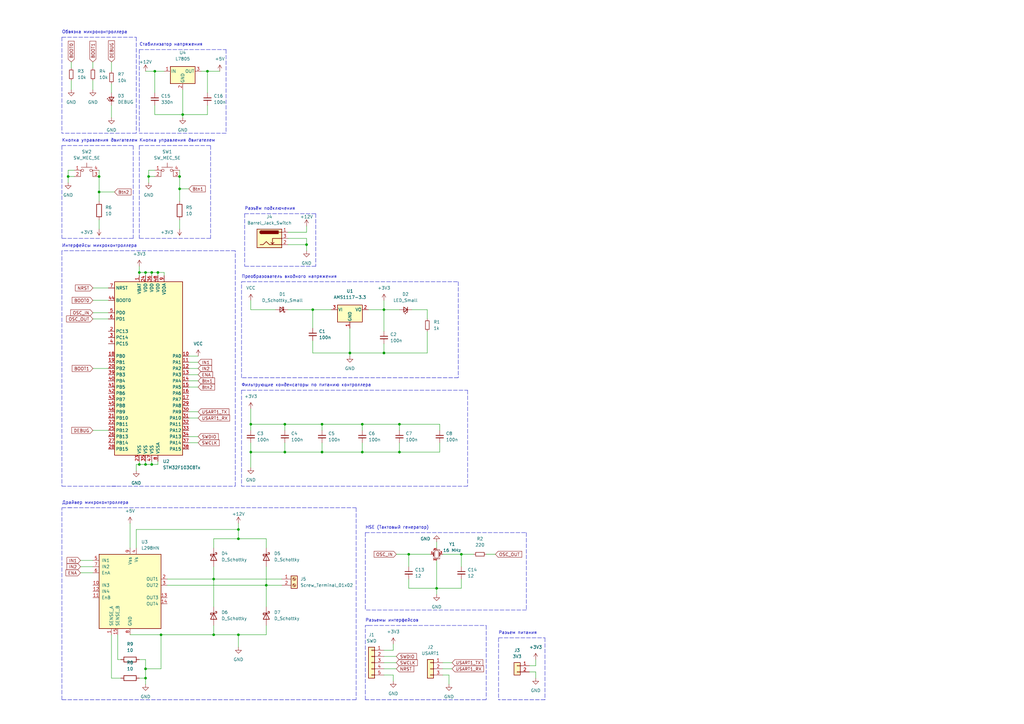
<source format=kicad_sch>
(kicad_sch (version 20211123) (generator eeschema)
  (paper "A3")
  (title_block (title "Отладочная плата. Схема электронная принципиальная.") (company "ВолгГту") (comment 1 "КР-40 461 806-10.44-01-22 Э3") (comment 2 "Борисов А. С.") (comment 3 "Конченков В. И."))
  (lib_symbols
    (symbol "Connector:Barrel_Jack_Switch" (pin_names hide)
      (property "Reference" "J" (at 0 5.334 0))
      (property "Value" "Barrel_Jack_Switch" (at 0 -5.08 0))
      (symbol "Barrel_Jack_Switch_0_1"
        (rectangle (start -5.08 3.81) (end 5.08 -3.81) (stroke (width 0.254)) (fill (type background)))
        (arc (start -3.302 3.175) (mid -3.937 2.54) (end -3.302 1.905) (stroke (width 0.254)))
        (arc (start -3.302 3.175) (mid -3.937 2.54) (end -3.302 1.905) (stroke (width 0.254)) (fill (type outline)))
        (polyline (pts (xy 1.27 -2.286) (xy 1.905 -1.651)) (stroke (width 0.254)))
        (polyline (pts (xy 5.08 2.54) (xy 3.81 2.54)) (stroke (width 0.254)))
        (polyline (pts (xy 5.08 0) (xy 1.27 0) (xy 1.27 -2.286) (xy 0.635 -1.651)) (stroke (width 0.254)))
        (polyline (pts (xy -3.81 -2.54) (xy -2.54 -2.54) (xy -1.27 -1.27) (xy 0 -2.54) (xy 2.54 -2.54) (xy 5.08 -2.54)) (stroke (width 0.254)))
        (rectangle (start 3.683 3.175) (end -3.302 1.905) (stroke (width 0.254)) (fill (type outline)))
      )
      (symbol "Barrel_Jack_Switch_1_1"
        (pin passive line (at 7.62 2.54 180) (length 2.54) (name "~") (number "1"))
        (pin passive line (at 7.62 -2.54 180) (length 2.54) (name "~") (number "2"))
        (pin passive line (at 7.62 0 180) (length 2.54) (name "~") (number "3"))
      )
    )
    (symbol "Connector:Screw_Terminal_01x02" (pin_names (offset 1.016) hide)
      (property "Reference" "J" (at 0 2.54 0))
      (property "Value" "Screw_Terminal_01x02" (at 0 -5.08 0))
      (symbol "Screw_Terminal_01x02_1_1"
        (rectangle (start -1.27 1.27) (end 1.27 -3.81) (stroke (width 0.254)) (fill (type background)))
        (circle (center 0 -2.54) (radius 0.635) (stroke (width 0.1524)))
        (polyline (pts (xy -0.5334 -2.2098) (xy 0.3302 -3.048)) (stroke (width 0.1524)))
        (polyline (pts (xy -0.5334 0.3302) (xy 0.3302 -0.508)) (stroke (width 0.1524)))
        (polyline (pts (xy -0.3556 -2.032) (xy 0.508 -2.8702)) (stroke (width 0.1524)))
        (polyline (pts (xy -0.3556 0.508) (xy 0.508 -0.3302)) (stroke (width 0.1524)))
        (circle (center 0 0) (radius 0.635) (stroke (width 0.1524)))
        (pin passive line (at -5.08 0 0) (length 3.81) (name "Pin_1") (number "1"))
        (pin passive line (at -5.08 -2.54 0) (length 3.81) (name "Pin_2") (number "2"))
      )
    )
    (symbol "Connector_Generic:Conn_01x02" (pin_names (offset 1.016) hide)
      (property "Reference" "J" (at 0 2.54 0))
      (property "Value" "Conn_01x02" (at 0 -5.08 0))
      (symbol "Conn_01x02_1_1"
        (rectangle (start -1.27 -2.413) (end 0 -2.667) (stroke (width 0.1524)))
        (rectangle (start -1.27 0.127) (end 0 -0.127) (stroke (width 0.1524)))
        (rectangle (start -1.27 1.27) (end 1.27 -3.81) (stroke (width 0.254)) (fill (type background)))
        (pin passive line (at -5.08 0 0) (length 3.81) (name "Pin_1") (number "1"))
        (pin passive line (at -5.08 -2.54 0) (length 3.81) (name "Pin_2") (number "2"))
      )
    )
    (symbol "Connector_Generic:Conn_01x03" (pin_names (offset 1.016) hide)
      (property "Reference" "J" (at 0 5.08 0))
      (property "Value" "Conn_01x03" (at 0 -5.08 0))
      (symbol "Conn_01x03_1_1"
        (rectangle (start -1.27 -2.413) (end 0 -2.667) (stroke (width 0.1524)))
        (rectangle (start -1.27 0.127) (end 0 -0.127) (stroke (width 0.1524)))
        (rectangle (start -1.27 2.667) (end 0 2.413) (stroke (width 0.1524)))
        (rectangle (start -1.27 3.81) (end 1.27 -3.81) (stroke (width 0.254)) (fill (type background)))
        (pin passive line (at -5.08 2.54 0) (length 3.81) (name "Pin_1") (number "1"))
        (pin passive line (at -5.08 0 0) (length 3.81) (name "Pin_2") (number "2"))
        (pin passive line (at -5.08 -2.54 0) (length 3.81) (name "Pin_3") (number "3"))
      )
    )
    (symbol "Connector_Generic:Conn_01x05" (pin_names (offset 1.016) hide)
      (property "Reference" "J" (at 0 7.62 0))
      (property "Value" "Conn_01x05" (at 0 -7.62 0))
      (symbol "Conn_01x05_1_1"
        (rectangle (start -1.27 -4.953) (end 0 -5.207) (stroke (width 0.1524)))
        (rectangle (start -1.27 -2.413) (end 0 -2.667) (stroke (width 0.1524)))
        (rectangle (start -1.27 0.127) (end 0 -0.127) (stroke (width 0.1524)))
        (rectangle (start -1.27 2.667) (end 0 2.413) (stroke (width 0.1524)))
        (rectangle (start -1.27 5.207) (end 0 4.953) (stroke (width 0.1524)))
        (rectangle (start -1.27 6.35) (end 1.27 -6.35) (stroke (width 0.254)) (fill (type background)))
        (pin passive line (at -5.08 5.08 0) (length 3.81) (name "Pin_1") (number "1"))
        (pin passive line (at -5.08 2.54 0) (length 3.81) (name "Pin_2") (number "2"))
        (pin passive line (at -5.08 0 0) (length 3.81) (name "Pin_3") (number "3"))
        (pin passive line (at -5.08 -2.54 0) (length 3.81) (name "Pin_4") (number "4"))
        (pin passive line (at -5.08 -5.08 0) (length 3.81) (name "Pin_5") (number "5"))
      )
    )
    (symbol "Device:C_Small" (pin_numbers hide) (pin_names (offset 0.254) hide)
      (property "Reference" "C" (at 0.254 1.778 0))
      (property "Value" "C_Small" (at 0.254 -2.032 0))
      (symbol "C_Small_0_1"
        (polyline (pts (xy -1.524 -0.508) (xy 1.524 -0.508)) (stroke (width 0.3302)))
        (polyline (pts (xy -1.524 0.508) (xy 1.524 0.508)) (stroke (width 0.3048)))
      )
      (symbol "C_Small_1_1"
        (pin passive line (at 0 2.54 270) (length 2.032) (name "~") (number "1"))
        (pin passive line (at 0 -2.54 90) (length 2.032) (name "~") (number "2"))
      )
    )
    (symbol "Device:Crystal_GND24_Small" (pin_names (offset 1.016) hide)
      (property "Reference" "Y" (at 1.27 4.445 0))
      (property "Value" "Crystal_GND24_Small" (at 1.27 2.54 0))
      (symbol "Crystal_GND24_Small_0_1"
        (rectangle (start -0.762 -1.524) (end 0.762 1.524))
        (polyline (pts (xy -1.27 -0.762) (xy -1.27 0.762)) (stroke (width 0.381)))
        (polyline (pts (xy 1.27 -0.762) (xy 1.27 0.762)) (stroke (width 0.381)))
        (polyline (pts (xy -1.27 -1.27) (xy -1.27 -1.905) (xy 1.27 -1.905) (xy 1.27 -1.27)))
        (polyline (pts (xy -1.27 1.27) (xy -1.27 1.905) (xy 1.27 1.905) (xy 1.27 1.27)))
      )
      (symbol "Crystal_GND24_Small_1_1"
        (pin passive line (at -2.54 0 0) (length 1.27) (name "1") (number "1"))
        (pin passive line (at 0 -2.54 90) (length 0.635) (name "2") (number "2"))
        (pin passive line (at 2.54 0 180) (length 1.27) (name "3") (number "3"))
        (pin passive line (at 0 2.54 270) (length 0.635) (name "4") (number "4"))
      )
    )
    (symbol "Device:D_Schottky" (pin_numbers hide) (pin_names (offset 1.016) hide)
      (property "Reference" "D" (at 0 2.54 0))
      (property "Value" "D_Schottky" (at 0 -2.54 0))
      (symbol "D_Schottky_0_1"
        (polyline (pts (xy 1.27 0) (xy -1.27 0)))
        (polyline (pts (xy 1.27 1.27) (xy 1.27 -1.27) (xy -1.27 0) (xy 1.27 1.27)) (stroke (width 0.254)))
        (polyline (pts (xy -1.905 0.635) (xy -1.905 1.27) (xy -1.27 1.27) (xy -1.27 -1.27) (xy -0.635 -1.27) (xy -0.635 -0.635)) (stroke (width 0.254)))
      )
      (symbol "D_Schottky_1_1"
        (pin passive line (at -3.81 0 0) (length 2.54) (name "K") (number "1"))
        (pin passive line (at 3.81 0 180) (length 2.54) (name "A") (number "2"))
      )
    )
    (symbol "Device:D_Schottky_Small" (pin_numbers hide) (pin_names (offset 0.254) hide)
      (property "Reference" "D" (at -1.27 2.032 0))
      (property "Value" "D_Schottky_Small" (at -7.112 -2.032 0))
      (symbol "D_Schottky_Small_0_1"
        (polyline (pts (xy -0.762 0) (xy 0.762 0)))
        (polyline (pts (xy 0.762 -1.016) (xy -0.762 0) (xy 0.762 1.016) (xy 0.762 -1.016)) (stroke (width 0.254)))
        (polyline (pts (xy -1.27 0.762) (xy -1.27 1.016) (xy -0.762 1.016) (xy -0.762 -1.016) (xy -0.254 -1.016) (xy -0.254 -0.762)) (stroke (width 0.254)))
      )
      (symbol "D_Schottky_Small_1_1"
        (pin passive line (at -2.54 0 0) (length 1.778) (name "K") (number "1"))
        (pin passive line (at 2.54 0 180) (length 1.778) (name "A") (number "2"))
      )
    )
    (symbol "Device:LED_Small" (pin_numbers hide) (pin_names (offset 0.254) hide)
      (property "Reference" "D" (at -1.27 3.175 0))
      (property "Value" "LED_Small" (at -4.445 -2.54 0))
      (symbol "LED_Small_0_1"
        (polyline (pts (xy -0.762 -1.016) (xy -0.762 1.016)) (stroke (width 0.254)))
        (polyline (pts (xy 1.016 0) (xy -0.762 0)))
        (polyline (pts (xy 0.762 -1.016) (xy -0.762 0) (xy 0.762 1.016) (xy 0.762 -1.016)) (stroke (width 0.254)))
        (polyline (pts (xy 0 0.762) (xy -0.508 1.27) (xy -0.254 1.27) (xy -0.508 1.27) (xy -0.508 1.016)))
        (polyline (pts (xy 0.508 1.27) (xy 0 1.778) (xy 0.254 1.778) (xy 0 1.778) (xy 0 1.524)))
      )
      (symbol "LED_Small_1_1"
        (pin passive line (at -2.54 0 0) (length 1.778) (name "K") (number "1"))
        (pin passive line (at 2.54 0 180) (length 1.778) (name "A") (number "2"))
      )
    )
    (symbol "Device:R" (pin_numbers hide) (pin_names (offset 0))
      (property "Reference" "R" (at 2.032 0 90))
      (property "Value" "R" (at 0 0 90))
      (symbol "R_0_1"
        (rectangle (start -1.016 -2.54) (end 1.016 2.54) (stroke (width 0.254)))
      )
      (symbol "R_1_1"
        (pin passive line (at 0 3.81 270) (length 1.27) (name "~") (number "1"))
        (pin passive line (at 0 -3.81 90) (length 1.27) (name "~") (number "2"))
      )
    )
    (symbol "Device:R_Small" (pin_numbers hide) (pin_names (offset 0.254) hide)
      (property "Reference" "R" (at 0.762 0.508 0))
      (property "Value" "R_Small" (at 0.762 -1.016 0))
      (symbol "R_Small_0_1"
        (rectangle (start -0.762 1.778) (end 0.762 -1.778) (stroke (width 0.2032)))
      )
      (symbol "R_Small_1_1"
        (pin passive line (at 0 2.54 270) (length 0.762) (name "~") (number "1"))
        (pin passive line (at 0 -2.54 90) (length 0.762) (name "~") (number "2"))
      )
    )
    (symbol "Driver_Motor:L298HN" (pin_names (offset 1.016))
      (property "Reference" "U" (at -10.16 16.51 0))
      (property "Value" "L298HN" (at 12.7 16.51 0))
      (symbol "L298HN_0_1"
        (rectangle (start -12.7 15.24) (end 12.7 -15.24) (stroke (width 0.254)) (fill (type background)))
      )
      (symbol "L298HN_1_1"
        (pin power_in line (at -7.62 -17.78 90) (length 2.54) (name "SENSE_A") (number "1"))
        (pin input line (at -15.24 2.54 0) (length 2.54) (name "IN3") (number "10"))
        (pin input line (at -15.24 -2.54 0) (length 2.54) (name "EnB") (number "11"))
        (pin input line (at -15.24 0 0) (length 2.54) (name "IN4") (number "12"))
        (pin output line (at 15.24 -2.54 180) (length 2.54) (name "OUT3") (number "13"))
        (pin output line (at 15.24 -5.08 180) (length 2.54) (name "OUT4") (number "14"))
        (pin power_in line (at -5.08 -17.78 90) (length 2.54) (name "SENSE_B") (number "15"))
        (pin output line (at 15.24 5.08 180) (length 2.54) (name "OUT1") (number "2"))
        (pin output line (at 15.24 2.54 180) (length 2.54) (name "OUT2") (number "3"))
        (pin power_in line (at 2.54 17.78 270) (length 2.54) (name "Vs") (number "4"))
        (pin input line (at -15.24 12.7 0) (length 2.54) (name "IN1") (number "5"))
        (pin input line (at -15.24 7.62 0) (length 2.54) (name "EnA") (number "6"))
        (pin input line (at -15.24 10.16 0) (length 2.54) (name "IN2") (number "7"))
        (pin power_in line (at 0 -17.78 90) (length 2.54) (name "GND") (number "8"))
        (pin power_in line (at 0 17.78 270) (length 2.54) (name "Vss") (number "9"))
      )
    )
    (symbol "MCU_ST_STM32F1:STM32F103C8Tx"
      (property "Reference" "U" (at -15.24 36.83 0))
      (property "Value" "STM32F103C8Tx" (at 7.62 36.83 0))
      (symbol "STM32F103C8Tx_0_1"
        (rectangle (start -15.24 -35.56) (end 12.7 35.56) (stroke (width 0.254)) (fill (type background)))
      )
      (symbol "STM32F103C8Tx_1_1"
        (pin power_in line (at -5.08 38.1 270) (length 2.54) (name "VBAT") (number "1"))
        (pin bidirectional line (at 15.24 5.08 180) (length 2.54) (name "PA0") (number "10"))
        (pin bidirectional line (at 15.24 2.54 180) (length 2.54) (name "PA1") (number "11"))
        (pin bidirectional line (at 15.24 0 180) (length 2.54) (name "PA2") (number "12"))
        (pin bidirectional line (at 15.24 -2.54 180) (length 2.54) (name "PA3") (number "13"))
        (pin bidirectional line (at 15.24 -5.08 180) (length 2.54) (name "PA4") (number "14"))
        (pin bidirectional line (at 15.24 -7.62 180) (length 2.54) (name "PA5") (number "15"))
        (pin bidirectional line (at 15.24 -10.16 180) (length 2.54) (name "PA6") (number "16"))
        (pin bidirectional line (at 15.24 -12.7 180) (length 2.54) (name "PA7") (number "17"))
        (pin bidirectional line (at -17.78 5.08 0) (length 2.54) (name "PB0") (number "18"))
        (pin bidirectional line (at -17.78 2.54 0) (length 2.54) (name "PB1") (number "19"))
        (pin bidirectional line (at -17.78 15.24 0) (length 2.54) (name "PC13") (number "2"))
        (pin bidirectional line (at -17.78 0 0) (length 2.54) (name "PB2") (number "20"))
        (pin bidirectional line (at -17.78 -20.32 0) (length 2.54) (name "PB10") (number "21"))
        (pin bidirectional line (at -17.78 -22.86 0) (length 2.54) (name "PB11") (number "22"))
        (pin power_in line (at -5.08 -38.1 90) (length 2.54) (name "VSS") (number "23"))
        (pin power_in line (at -2.54 38.1 270) (length 2.54) (name "VDD") (number "24"))
        (pin bidirectional line (at -17.78 -25.4 0) (length 2.54) (name "PB12") (number "25"))
        (pin bidirectional line (at -17.78 -27.94 0) (length 2.54) (name "PB13") (number "26"))
        (pin bidirectional line (at -17.78 -30.48 0) (length 2.54) (name "PB14") (number "27"))
        (pin bidirectional line (at -17.78 -33.02 0) (length 2.54) (name "PB15") (number "28"))
        (pin bidirectional line (at 15.24 -15.24 180) (length 2.54) (name "PA8") (number "29"))
        (pin bidirectional line (at -17.78 12.7 0) (length 2.54) (name "PC14") (number "3"))
        (pin bidirectional line (at 15.24 -17.78 180) (length 2.54) (name "PA9") (number "30"))
        (pin bidirectional line (at 15.24 -20.32 180) (length 2.54) (name "PA10") (number "31"))
        (pin bidirectional line (at 15.24 -22.86 180) (length 2.54) (name "PA11") (number "32"))
        (pin bidirectional line (at 15.24 -25.4 180) (length 2.54) (name "PA12") (number "33"))
        (pin bidirectional line (at 15.24 -27.94 180) (length 2.54) (name "PA13") (number "34"))
        (pin power_in line (at -2.54 -38.1 90) (length 2.54) (name "VSS") (number "35"))
        (pin power_in line (at 0 38.1 270) (length 2.54) (name "VDD") (number "36"))
        (pin bidirectional line (at 15.24 -30.48 180) (length 2.54) (name "PA14") (number "37"))
        (pin bidirectional line (at 15.24 -33.02 180) (length 2.54) (name "PA15") (number "38"))
        (pin bidirectional line (at -17.78 -2.54 0) (length 2.54) (name "PB3") (number "39"))
        (pin bidirectional line (at -17.78 10.16 0) (length 2.54) (name "PC15") (number "4"))
        (pin bidirectional line (at -17.78 -5.08 0) (length 2.54) (name "PB4") (number "40"))
        (pin bidirectional line (at -17.78 -7.62 0) (length 2.54) (name "PB5") (number "41"))
        (pin bidirectional line (at -17.78 -10.16 0) (length 2.54) (name "PB6") (number "42"))
        (pin bidirectional line (at -17.78 -12.7 0) (length 2.54) (name "PB7") (number "43"))
        (pin input line (at -17.78 27.94 0) (length 2.54) (name "BOOT0") (number "44"))
        (pin bidirectional line (at -17.78 -15.24 0) (length 2.54) (name "PB8") (number "45"))
        (pin bidirectional line (at -17.78 -17.78 0) (length 2.54) (name "PB9") (number "46"))
        (pin power_in line (at 0 -38.1 90) (length 2.54) (name "VSS") (number "47"))
        (pin power_in line (at 2.54 38.1 270) (length 2.54) (name "VDD") (number "48"))
        (pin input line (at -17.78 22.86 0) (length 2.54) (name "PD0") (number "5"))
        (pin input line (at -17.78 20.32 0) (length 2.54) (name "PD1") (number "6"))
        (pin input line (at -17.78 33.02 0) (length 2.54) (name "NRST") (number "7"))
        (pin power_in line (at 2.54 -38.1 90) (length 2.54) (name "VSSA") (number "8"))
        (pin power_in line (at 5.08 38.1 270) (length 2.54) (name "VDDA") (number "9"))
      )
    )
    (symbol "Regulator_Linear:AMS1117-3.3" (pin_names (offset 0.254))
      (property "Reference" "U" (at -3.81 3.175 0))
      (property "Value" "AMS1117-3.3" (at 0 3.175 0))
      (symbol "AMS1117-3.3_0_1"
        (rectangle (start -5.08 -5.08) (end 5.08 1.905) (stroke (width 0.254)) (fill (type background)))
      )
      (symbol "AMS1117-3.3_1_1"
        (pin power_in line (at 0 -7.62 90) (length 2.54) (name "GND") (number "1"))
        (pin power_out line (at 7.62 0 180) (length 2.54) (name "VO") (number "2"))
        (pin power_in line (at -7.62 0 0) (length 2.54) (name "VI") (number "3"))
      )
    )
    (symbol "Regulator_Linear:L7805" (pin_names (offset 0.254))
      (property "Reference" "U" (at -3.81 3.175 0))
      (property "Value" "L7805" (at 0 3.175 0))
      (symbol "L7805_0_1"
        (rectangle (start -5.08 1.905) (end 5.08 -5.08) (stroke (width 0.254)) (fill (type background)))
      )
      (symbol "L7805_1_1"
        (pin power_in line (at -7.62 0 0) (length 2.54) (name "IN") (number "1"))
        (pin power_in line (at 0 -7.62 90) (length 2.54) (name "GND") (number "2"))
        (pin power_out line (at 7.62 0 180) (length 2.54) (name "OUT") (number "3"))
      )
    )
    (symbol "Switch:SW_MEC_5E" (pin_names (offset 1.016) hide)
      (property "Reference" "SW" (at 0.635 5.715 0))
      (property "Value" "SW_MEC_5E" (at 0 -3.175 0))
      (symbol "SW_MEC_5E_0_1"
        (circle (center -1.778 2.54) (radius 0.508))
        (polyline (pts (xy -2.286 3.81) (xy 2.286 3.81)))
        (polyline (pts (xy 0 3.81) (xy 0 5.588)))
        (polyline (pts (xy -2.54 0) (xy -2.54 2.54) (xy -2.286 2.54)))
        (polyline (pts (xy 2.54 0) (xy 2.54 2.54) (xy 2.286 2.54)))
        (circle (center 1.778 2.54) (radius 0.508))
        (pin passive line (at -5.08 2.54 0) (length 2.54) (name "1") (number "1"))
        (pin passive line (at -5.08 0 0) (length 2.54) (name "2") (number "2"))
        (pin passive line (at 5.08 0 180) (length 2.54) (name "K") (number "3"))
        (pin passive line (at 5.08 2.54 180) (length 2.54) (name "A") (number "4"))
      )
    )
    (symbol "power:+12V" (power) (pin_names (offset 0))
      (property "Value" "+12V" (at 0 3.556 0))
      (symbol "+12V_0_1"
        (polyline (pts (xy -0.762 1.27) (xy 0 2.54)))
        (polyline (pts (xy 0 0) (xy 0 2.54)))
        (polyline (pts (xy 0 2.54) (xy 0.762 1.27)))
      )
      (symbol "+12V_1_1"
        (pin power_in line (at 0 0 90) (length 0) hide (name "+12V") (number "1"))
      )
    )
    (symbol "power:+3V3" (power) (pin_names (offset 0))
      (property "Value" "+3V3" (at 0 3.556 0))
      (symbol "+3V3_0_1"
        (polyline (pts (xy -0.762 1.27) (xy 0 2.54)))
        (polyline (pts (xy 0 0) (xy 0 2.54)))
        (polyline (pts (xy 0 2.54) (xy 0.762 1.27)))
      )
      (symbol "+3V3_1_1"
        (pin power_in line (at 0 0 90) (length 0) hide (name "+3V3") (number "1"))
      )
    )
    (symbol "power:+5V" (power) (pin_names (offset 0))
      (property "Value" "+5V" (at 0 3.556 0))
      (symbol "+5V_0_1"
        (polyline (pts (xy -0.762 1.27) (xy 0 2.54)))
        (polyline (pts (xy 0 0) (xy 0 2.54)))
        (polyline (pts (xy 0 2.54) (xy 0.762 1.27)))
      )
      (symbol "+5V_1_1"
        (pin power_in line (at 0 0 90) (length 0) hide (name "+5V") (number "1"))
      )
    )
    (symbol "power:GND" (power) (pin_names (offset 0))
      (property "Value" "GND" (at 0 -3.81 0))
      (symbol "GND_0_1"
        (polyline (pts (xy 0 0) (xy 0 -1.27) (xy 1.27 -1.27) (xy 0 -2.54) (xy -1.27 -1.27) (xy 0 -1.27)))
      )
      (symbol "GND_1_1"
        (pin power_in line (at 0 0 270) (length 0) hide (name "GND") (number "1"))
      )
    )
    (symbol "power:VCC" (power) (pin_names (offset 0))
      (property "Value" "VCC" (at 0 3.81 0))
      (symbol "VCC_0_1"
        (polyline (pts (xy -0.762 1.27) (xy 0 2.54)))
        (polyline (pts (xy 0 0) (xy 0 2.54)))
        (polyline (pts (xy 0 2.54) (xy 0.762 1.27)))
      )
      (symbol "VCC_1_1"
        (pin power_in line (at 0 0 90) (length 0) hide (name "VCC") (number "1"))
      )
    )
  )
  (junction (at 102.87 185.42))
  (junction (at 66.04 260.35))
  (junction (at 57.15 190.5))
  (junction (at 87.63 260.35))
  (junction (at 87.63 237.49))
  (junction (at 59.69 278.13))
  (junction (at 60.96 72.39))
  (junction (at 148.59 173.99))
  (junction (at 167.64 227.33))
  (junction (at 64.77 111.76))
  (junction (at 157.48 127))
  (junction (at 109.22 240.03))
  (junction (at 179.07 241.3))
  (junction (at 74.93 46.99))
  (junction (at 97.79 217.17))
  (junction (at 40.64 72.39))
  (junction (at 132.08 185.42))
  (junction (at 27.94 72.39))
  (junction (at 97.79 260.35))
  (junction (at 128.27 127))
  (junction (at 63.5 29.21))
  (junction (at 125.73 100.33))
  (junction (at 116.84 173.99))
  (junction (at 59.69 274.32))
  (junction (at 73.66 77.47))
  (junction (at 148.59 185.42))
  (junction (at 143.51 144.78))
  (junction (at 102.87 173.99))
  (junction (at 59.69 111.76))
  (junction (at 40.64 78.74))
  (junction (at 62.23 190.5))
  (junction (at 59.69 190.5))
  (junction (at 62.23 111.76))
  (junction (at 57.15 111.76))
  (junction (at 116.84 185.42))
  (junction (at 189.23 227.33))
  (junction (at 163.83 173.99))
  (junction (at 85.09 29.21))
  (junction (at 157.48 144.78))
  (junction (at 132.08 173.99))
  (junction (at 73.66 72.39))
  (junction (at 163.83 185.42))
  (junction (at 97.79 220.98))
  (wire (pts (xy 219.71 273.05) (xy 219.71 270.51)))
  (polyline (pts (xy 25.4 102.87) (xy 25.4 199.39)))
  (wire (pts (xy 179.07 222.25) (xy 179.07 224.79)))
  (wire (pts (xy 33.02 234.95) (xy 38.1 234.95)))
  (wire (pts (xy 157.48 276.86) (xy 161.29 276.86)))
  (wire (pts (xy 90.17 29.21) (xy 85.09 29.21)))
  (wire (pts (xy 168.91 127) (xy 175.26 127)))
  (polyline (pts (xy 25.4 208.28) (xy 29.21 208.28)))
  (wire (pts (xy 87.63 237.49) (xy 87.63 248.92)))
  (wire (pts (xy 73.66 77.47) (xy 77.47 77.47)))
  (wire (pts (xy 97.79 214.63) (xy 97.79 217.17)))
  (wire (pts (xy 157.48 140.97) (xy 157.48 144.78)))
  (wire (pts (xy 27.94 72.39) (xy 30.48 72.39)))
  (wire (pts (xy 102.87 167.64) (xy 102.87 173.99)))
  (wire (pts (xy 64.77 190.5) (xy 62.23 190.5)))
  (wire (pts (xy 179.07 241.3) (xy 179.07 243.84)))
  (polyline (pts (xy 146.05 208.28) (xy 146.05 287.02)))
  (wire (pts (xy 57.15 190.5) (xy 55.88 190.5)))
  (wire (pts (xy 38.1 128.27) (xy 44.45 128.27)))
  (wire (pts (xy 77.47 153.67) (xy 81.28 153.67)))
  (wire (pts (xy 128.27 127) (xy 128.27 134.62)))
  (polyline (pts (xy 25.4 15.24) (xy 55.88 15.24)))
  (wire (pts (xy 74.93 36.83) (xy 74.93 46.99)))
  (wire (pts (xy 67.31 113.03) (xy 67.31 111.76)))
  (wire (pts (xy 82.55 29.21) (xy 85.09 29.21)))
  (wire (pts (xy 175.26 127) (xy 175.26 130.81)))
  (wire (pts (xy 64.77 189.23) (xy 64.77 190.5)))
  (wire (pts (xy 59.69 111.76) (xy 57.15 111.76)))
  (wire (pts (xy 85.09 43.18) (xy 85.09 46.99)))
  (polyline (pts (xy 57.15 59.69) (xy 57.15 97.79)))
  (polyline (pts (xy 199.39 287.02) (xy 149.86 287.02)))
  (wire (pts (xy 38.1 123.19) (xy 44.45 123.19)))
  (wire (pts (xy 180.34 173.99) (xy 180.34 176.53)))
  (polyline (pts (xy 146.05 287.02) (xy 25.4 287.02)))
  (wire (pts (xy 97.79 260.35) (xy 109.22 260.35)))
  (wire (pts (xy 157.48 274.32) (xy 162.56 274.32)))
  (polyline (pts (xy 92.71 54.61) (xy 57.15 54.61)))
  (wire (pts (xy 38.1 25.4) (xy 38.1 27.94)))
  (wire (pts (xy 27.94 69.85) (xy 27.94 72.39)))
  (wire (pts (xy 175.26 135.89) (xy 175.26 144.78)))
  (wire (pts (xy 87.63 237.49) (xy 115.57 237.49)))
  (polyline (pts (xy 99.06 160.02) (xy 99.06 199.39)))
  (wire (pts (xy 59.69 278.13) (xy 59.69 280.67)))
  (wire (pts (xy 29.21 33.02) (xy 29.21 36.83)))
  (wire (pts (xy 64.77 113.03) (xy 64.77 111.76)))
  (polyline (pts (xy 149.86 218.44) (xy 149.86 250.19)))
  (wire (pts (xy 132.08 173.99) (xy 148.59 173.99)))
  (wire (pts (xy 157.48 127) (xy 163.83 127)))
  (wire (pts (xy 143.51 134.62) (xy 143.51 144.78)))
  (polyline (pts (xy 25.4 199.39) (xy 48.26 199.39)))
  (polyline (pts (xy 54.61 97.79) (xy 25.4 97.79)))
  (wire (pts (xy 57.15 278.13) (xy 59.69 278.13)))
  (wire (pts (xy 73.66 77.47) (xy 73.66 82.55)))
  (wire (pts (xy 128.27 144.78) (xy 143.51 144.78)))
  (wire (pts (xy 167.64 227.33) (xy 176.53 227.33)))
  (wire (pts (xy 175.26 144.78) (xy 157.48 144.78)))
  (wire (pts (xy 62.23 111.76) (xy 59.69 111.76)))
  (wire (pts (xy 189.23 232.41) (xy 189.23 227.33)))
  (wire (pts (xy 132.08 173.99) (xy 132.08 176.53)))
  (wire (pts (xy 102.87 173.99) (xy 116.84 173.99)))
  (polyline (pts (xy 191.77 199.39) (xy 99.06 199.39)))
  (wire (pts (xy 148.59 185.42) (xy 148.59 181.61)))
  (wire (pts (xy 45.72 34.29) (xy 45.72 38.1)))
  (wire (pts (xy 97.79 260.35) (xy 97.79 265.43)))
  (polyline (pts (xy 149.86 256.54) (xy 151.13 256.54)))
  (wire (pts (xy 55.88 190.5) (xy 55.88 193.04)))
  (wire (pts (xy 45.72 278.13) (xy 49.53 278.13)))
  (wire (pts (xy 73.66 72.39) (xy 73.66 77.47)))
  (wire (pts (xy 38.1 176.53) (xy 44.45 176.53)))
  (wire (pts (xy 157.48 271.78) (xy 162.56 271.78)))
  (polyline (pts (xy 96.52 199.39) (xy 96.52 102.87)))
  (wire (pts (xy 59.69 270.51) (xy 59.69 274.32)))
  (wire (pts (xy 109.22 240.03) (xy 115.57 240.03)))
  (wire (pts (xy 53.34 260.35) (xy 66.04 260.35)))
  (wire (pts (xy 59.69 189.23) (xy 59.69 190.5)))
  (polyline (pts (xy 204.47 261.62) (xy 204.47 287.02)))
  (wire (pts (xy 97.79 217.17) (xy 97.79 220.98)))
  (polyline (pts (xy 25.4 59.69) (xy 25.4 97.79)))
  (wire (pts (xy 180.34 181.61) (xy 180.34 185.42)))
  (polyline (pts (xy 25.4 15.24) (xy 25.4 54.61)))
  (wire (pts (xy 167.64 237.49) (xy 167.64 241.3)))
  (polyline (pts (xy 99.06 115.57) (xy 187.96 115.57)))
  (polyline (pts (xy 129.54 109.22) (xy 100.33 109.22)))
  (wire (pts (xy 199.39 227.33) (xy 203.2 227.33)))
  (wire (pts (xy 116.84 185.42) (xy 102.87 185.42)))
  (wire (pts (xy 116.84 173.99) (xy 116.84 176.53)))
  (wire (pts (xy 179.07 229.87) (xy 179.07 241.3)))
  (polyline (pts (xy 191.77 160.02) (xy 191.77 199.39)))
  (wire (pts (xy 33.02 229.87) (xy 38.1 229.87)))
  (wire (pts (xy 63.5 29.21) (xy 63.5 38.1)))
  (wire (pts (xy 45.72 25.4) (xy 45.72 29.21)))
  (wire (pts (xy 87.63 232.41) (xy 87.63 237.49)))
  (wire (pts (xy 60.96 72.39) (xy 60.96 74.93)))
  (wire (pts (xy 113.03 127) (xy 102.87 127)))
  (polyline (pts (xy 151.13 256.54) (xy 199.39 256.54)))
  (wire (pts (xy 189.23 241.3) (xy 179.07 241.3)))
  (wire (pts (xy 181.61 271.78) (xy 185.42 271.78)))
  (wire (pts (xy 57.15 109.22) (xy 57.15 111.76)))
  (polyline (pts (xy 86.36 97.79) (xy 57.15 97.79)))
  (wire (pts (xy 116.84 185.42) (xy 116.84 181.61)))
  (wire (pts (xy 45.72 260.35) (xy 45.72 278.13)))
  (polyline (pts (xy 92.71 20.32) (xy 92.71 54.61)))
  (polyline (pts (xy 25.4 287.02) (xy 25.4 208.28)))
  (wire (pts (xy 157.48 269.24) (xy 162.56 269.24)))
  (wire (pts (xy 87.63 220.98) (xy 97.79 220.98)))
  (wire (pts (xy 60.96 69.85) (xy 60.96 72.39)))
  (wire (pts (xy 38.1 33.02) (xy 38.1 36.83)))
  (polyline (pts (xy 187.96 154.94) (xy 99.06 154.94)))
  (wire (pts (xy 157.48 123.19) (xy 157.48 127)))
  (wire (pts (xy 64.77 111.76) (xy 62.23 111.76)))
  (polyline (pts (xy 57.15 59.69) (xy 86.36 59.69)))
  (wire (pts (xy 219.71 275.59) (xy 219.71 278.13)))
  (wire (pts (xy 73.66 90.17) (xy 73.66 93.98)))
  (wire (pts (xy 60.96 72.39) (xy 63.5 72.39)))
  (wire (pts (xy 163.83 173.99) (xy 163.83 176.53)))
  (polyline (pts (xy 86.36 59.69) (xy 86.36 97.79)))
  (polyline (pts (xy 149.86 218.44) (xy 215.9 218.44)))
  (wire (pts (xy 59.69 274.32) (xy 59.69 278.13)))
  (wire (pts (xy 132.08 185.42) (xy 116.84 185.42)))
  (polyline (pts (xy 215.9 250.19) (xy 149.86 250.19)))
  (wire (pts (xy 125.73 100.33) (xy 125.73 97.79)))
  (wire (pts (xy 189.23 237.49) (xy 189.23 241.3)))
  (wire (pts (xy 40.64 78.74) (xy 40.64 72.39)))
  (wire (pts (xy 125.73 102.87) (xy 125.73 100.33)))
  (wire (pts (xy 163.83 185.42) (xy 163.83 181.61)))
  (polyline (pts (xy 25.4 59.69) (xy 54.61 59.69)))
  (polyline (pts (xy 96.52 102.87) (xy 25.4 102.87)))
  (wire (pts (xy 143.51 144.78) (xy 143.51 146.05)))
  (wire (pts (xy 118.11 100.33) (xy 125.73 100.33)))
  (wire (pts (xy 73.66 69.85) (xy 73.66 72.39)))
  (wire (pts (xy 62.23 189.23) (xy 62.23 190.5)))
  (wire (pts (xy 67.31 111.76) (xy 64.77 111.76)))
  (polyline (pts (xy 57.15 20.32) (xy 92.71 20.32)))
  (wire (pts (xy 63.5 43.18) (xy 63.5 46.99)))
  (wire (pts (xy 57.15 189.23) (xy 57.15 190.5)))
  (wire (pts (xy 68.58 240.03) (xy 109.22 240.03)))
  (wire (pts (xy 181.61 276.86) (xy 184.15 276.86)))
  (polyline (pts (xy 129.54 87.63) (xy 129.54 109.22)))
  (polyline (pts (xy 204.47 261.62) (xy 223.52 261.62)))
  (wire (pts (xy 118.11 95.25) (xy 125.73 95.25)))
  (wire (pts (xy 67.31 29.21) (xy 63.5 29.21)))
  (wire (pts (xy 102.87 176.53) (xy 102.87 173.99)))
  (wire (pts (xy 217.17 273.05) (xy 219.71 273.05)))
  (wire (pts (xy 57.15 270.51) (xy 59.69 270.51)))
  (polyline (pts (xy 199.39 256.54) (xy 199.39 287.02)))
  (wire (pts (xy 77.47 179.07) (xy 81.28 179.07)))
  (wire (pts (xy 53.34 214.63) (xy 53.34 224.79)))
  (wire (pts (xy 77.47 181.61) (xy 81.28 181.61)))
  (wire (pts (xy 157.48 144.78) (xy 143.51 144.78)))
  (wire (pts (xy 148.59 173.99) (xy 163.83 173.99)))
  (wire (pts (xy 181.61 274.32) (xy 185.42 274.32)))
  (polyline (pts (xy 55.88 15.24) (xy 55.88 54.61)))
  (wire (pts (xy 189.23 227.33) (xy 194.31 227.33)))
  (polyline (pts (xy 215.9 218.44) (xy 215.9 250.19)))
  (wire (pts (xy 118.11 127) (xy 128.27 127)))
  (wire (pts (xy 38.1 151.13) (xy 44.45 151.13)))
  (wire (pts (xy 38.1 130.81) (xy 44.45 130.81)))
  (wire (pts (xy 30.48 69.85) (xy 27.94 69.85)))
  (wire (pts (xy 125.73 92.71) (xy 125.73 95.25)))
  (wire (pts (xy 102.87 127) (xy 102.87 123.19)))
  (wire (pts (xy 77.47 171.45) (xy 81.28 171.45)))
  (wire (pts (xy 167.64 241.3) (xy 179.07 241.3)))
  (wire (pts (xy 116.84 173.99) (xy 132.08 173.99)))
  (wire (pts (xy 55.88 224.79) (xy 55.88 217.17)))
  (wire (pts (xy 102.87 185.42) (xy 102.87 191.77)))
  (wire (pts (xy 125.73 97.79) (xy 118.11 97.79)))
  (wire (pts (xy 66.04 260.35) (xy 87.63 260.35)))
  (wire (pts (xy 27.94 72.39) (xy 27.94 74.93)))
  (wire (pts (xy 109.22 232.41) (xy 109.22 240.03)))
  (wire (pts (xy 59.69 274.32) (xy 66.04 274.32)))
  (wire (pts (xy 161.29 266.7) (xy 161.29 264.16)))
  (wire (pts (xy 59.69 29.21) (xy 63.5 29.21)))
  (wire (pts (xy 40.64 78.74) (xy 40.64 82.55)))
  (wire (pts (xy 132.08 185.42) (xy 132.08 181.61)))
  (wire (pts (xy 85.09 46.99) (xy 74.93 46.99)))
  (wire (pts (xy 40.64 78.74) (xy 46.99 78.74)))
  (wire (pts (xy 87.63 256.54) (xy 87.63 260.35)))
  (wire (pts (xy 102.87 185.42) (xy 102.87 181.61)))
  (wire (pts (xy 38.1 118.11) (xy 44.45 118.11)))
  (wire (pts (xy 62.23 113.03) (xy 62.23 111.76)))
  (polyline (pts (xy 223.52 261.62) (xy 223.52 287.02)))
  (wire (pts (xy 157.48 127) (xy 157.48 135.89)))
  (wire (pts (xy 148.59 173.99) (xy 148.59 176.53)))
  (wire (pts (xy 184.15 276.86) (xy 184.15 280.67)))
  (wire (pts (xy 167.64 227.33) (xy 167.64 232.41)))
  (wire (pts (xy 77.47 151.13) (xy 81.28 151.13)))
  (wire (pts (xy 77.47 148.59) (xy 81.28 148.59)))
  (wire (pts (xy 66.04 274.32) (xy 66.04 260.35)))
  (polyline (pts (xy 45.72 199.39) (xy 96.52 199.39)))
  (wire (pts (xy 48.26 260.35) (xy 48.26 270.51)))
  (polyline (pts (xy 54.61 59.69) (xy 54.61 97.79)))
  (wire (pts (xy 33.02 232.41) (xy 38.1 232.41)))
  (polyline (pts (xy 149.86 287.02) (xy 149.86 256.54)))
  (wire (pts (xy 74.93 46.99) (xy 74.93 48.26)))
  (polyline (pts (xy 223.52 287.02) (xy 204.47 287.02)))
  (wire (pts (xy 40.64 90.17) (xy 40.64 93.98)))
  (wire (pts (xy 77.47 168.91) (xy 81.28 168.91)))
  (wire (pts (xy 62.23 190.5) (xy 59.69 190.5)))
  (wire (pts (xy 128.27 139.7) (xy 128.27 144.78)))
  (wire (pts (xy 40.64 69.85) (xy 40.64 72.39)))
  (wire (pts (xy 97.79 220.98) (xy 109.22 220.98)))
  (wire (pts (xy 180.34 185.42) (xy 163.83 185.42)))
  (polyline (pts (xy 99.06 160.02) (xy 191.77 160.02)))
  (polyline (pts (xy 55.88 54.61) (xy 25.4 54.61)))
  (wire (pts (xy 77.47 156.21) (xy 81.28 156.21)))
  (wire (pts (xy 45.72 43.18) (xy 45.72 48.26)))
  (wire (pts (xy 163.83 185.42) (xy 148.59 185.42)))
  (wire (pts (xy 85.09 29.21) (xy 85.09 38.1)))
  (wire (pts (xy 162.56 227.33) (xy 167.64 227.33)))
  (wire (pts (xy 109.22 240.03) (xy 109.22 248.92)))
  (wire (pts (xy 109.22 260.35) (xy 109.22 256.54)))
  (wire (pts (xy 148.59 185.42) (xy 132.08 185.42)))
  (wire (pts (xy 57.15 111.76) (xy 57.15 113.03)))
  (wire (pts (xy 87.63 260.35) (xy 97.79 260.35)))
  (wire (pts (xy 55.88 217.17) (xy 97.79 217.17)))
  (wire (pts (xy 59.69 190.5) (xy 57.15 190.5)))
  (wire (pts (xy 63.5 69.85) (xy 60.96 69.85)))
  (wire (pts (xy 77.47 146.05) (xy 81.28 146.05)))
  (wire (pts (xy 151.13 127) (xy 157.48 127)))
  (polyline (pts (xy 57.15 20.32) (xy 57.15 54.61)))
  (polyline (pts (xy 100.33 87.63) (xy 129.54 87.63)))
  (wire (pts (xy 48.26 270.51) (xy 49.53 270.51)))
  (wire (pts (xy 161.29 276.86) (xy 161.29 279.4)))
  (wire (pts (xy 163.83 173.99) (xy 180.34 173.99)))
  (wire (pts (xy 157.48 266.7) (xy 161.29 266.7)))
  (wire (pts (xy 68.58 237.49) (xy 87.63 237.49)))
  (wire (pts (xy 63.5 46.99) (xy 74.93 46.99)))
  (polyline (pts (xy 187.96 115.57) (xy 187.96 154.94)))
  (polyline (pts (xy 27.94 208.28) (xy 146.05 208.28)))
  (wire (pts (xy 128.27 127) (xy 135.89 127)))
  (wire (pts (xy 109.22 220.98) (xy 109.22 224.79)))
  (polyline (pts (xy 99.06 154.94) (xy 99.06 115.57)))
  (wire (pts (xy 217.17 275.59) (xy 219.71 275.59)))
  (wire (pts (xy 189.23 227.33) (xy 181.61 227.33)))
  (polyline (pts (xy 100.33 87.63) (xy 100.33 109.22)))
  (wire (pts (xy 77.47 158.75) (xy 81.28 158.75)))
  (wire (pts (xy 59.69 113.03) (xy 59.69 111.76)))
  (wire (pts (xy 29.21 25.4) (xy 29.21 27.94)))
  (wire (pts (xy 87.63 224.79) (xy 87.63 220.98)))
  (text "Интерфейсы микроконтроллера" (at 25.4 101.6 0) (effects (font (size 1.27 1.27)) (justify left bottom)))
  (text "Кнопка управления двигателем" (at 57.15 58.42 0) (effects (font (size 1.27 1.27)) (justify left bottom)))
  (text "Стабилизатор напряжения" (at 57.15 19.05 0) (effects (font (size 1.27 1.27)) (justify left bottom)))
  (text "Разьемы интерфейсов" (at 149.86 255.27 0) (effects (font (size 1.27 1.27)) (justify left bottom)))
  (text "Разъём подключения" (at 100.33 86.36 0) (effects (font (size 1.27 1.27)) (justify left bottom)))
  (text "HSE (Тактовый генератор)" (at 149.86 217.17 0) (effects (font (size 1.27 1.27)) (justify left bottom)))
  (text "Обвязка микроконтроллера" (at 25.4 13.97 0) (effects (font (size 1.27 1.27)) (justify left bottom)))
  (text "Фильтрующие конденсаторы по питанию контроллера" (at 99.06 158.75 0) (effects (font (size 1.27 1.27)) (justify left bottom)))
  (text "Кнопка управления двигателем" (at 25.4 58.42 0) (effects (font (size 1.27 1.27)) (justify left bottom)))
  (text "Драйвер микроконтроллера" (at 25.4 207.01 0) (effects (font (size 1.27 1.27)) (justify left bottom)))
  (text "Преобразователь входного напряжения" (at 99.06 114.3 0) (effects (font (size 1.27 1.27)) (justify left bottom)))
  (text "Разьем питания" (at 204.47 260.35 0) (effects (font (size 1.27 1.27)) (justify left bottom)))
  (global_label "BOOT0" (shape input) (at 29.21 25.4 90) (property "Intersheet References" "${INTERSHEET_REFS}" (effects hide)))
  (global_label "ENA" (shape input) (at 33.02 234.95 180) (property "Intersheet References" "${INTERSHEET_REFS}" (effects hide)))
  (global_label "SWCLK" (shape input) (at 162.56 271.78 0) (property "Intersheet References" "${INTERSHEET_REFS}" (effects hide)))
  (global_label "Btn1" (shape input) (at 81.28 156.21 0) (property "Intersheet References" "${INTERSHEET_REFS}" (effects hide)))
  (global_label "OSC_IN" (shape input) (at 162.56 227.33 180) (property "Intersheet References" "${INTERSHEET_REFS}" (effects hide)))
  (global_label "USART1_TX" (shape input) (at 185.42 271.78 0) (property "Intersheet References" "${INTERSHEET_REFS}" (effects hide)))
  (global_label "OSC_OUT" (shape input) (at 203.2 227.33 0) (property "Intersheet References" "${INTERSHEET_REFS}" (effects hide)))
  (global_label "DEBUG" (shape input) (at 38.1 176.53 180) (property "Intersheet References" "${INTERSHEET_REFS}" (effects hide)))
  (global_label "BOOT1" (shape input) (at 38.1 151.13 180) (property "Intersheet References" "${INTERSHEET_REFS}" (effects hide)))
  (global_label "Btn2" (shape input) (at 46.99 78.74 0) (property "Intersheet References" "${INTERSHEET_REFS}" (effects hide)))
  (global_label "OSC_OUT" (shape input) (at 38.1 130.81 180) (property "Intersheet References" "${INTERSHEET_REFS}" (effects hide)))
  (global_label "NRST" (shape input) (at 38.1 118.11 180) (property "Intersheet References" "${INTERSHEET_REFS}" (effects hide)))
  (global_label "IN2" (shape input) (at 81.28 151.13 0) (property "Intersheet References" "${INTERSHEET_REFS}" (effects hide)))
  (global_label "IN1" (shape input) (at 81.28 148.59 0) (property "Intersheet References" "${INTERSHEET_REFS}" (effects hide)))
  (global_label "IN2" (shape input) (at 33.02 232.41 180) (property "Intersheet References" "${INTERSHEET_REFS}" (effects hide)))
  (global_label "SWDIO" (shape input) (at 162.56 269.24 0) (property "Intersheet References" "${INTERSHEET_REFS}" (effects hide)))
  (global_label "BOOT1" (shape input) (at 38.1 25.4 90) (property "Intersheet References" "${INTERSHEET_REFS}" (effects hide)))
  (global_label "ENA" (shape input) (at 81.28 153.67 0) (property "Intersheet References" "${INTERSHEET_REFS}" (effects hide)))
  (global_label "OSC_IN" (shape input) (at 38.1 128.27 180) (property "Intersheet References" "${INTERSHEET_REFS}" (effects hide)))
  (global_label "USART1_RX" (shape input) (at 81.28 171.45 0) (property "Intersheet References" "${INTERSHEET_REFS}" (effects hide)))
  (global_label "NRST" (shape input) (at 162.56 274.32 0) (property "Intersheet References" "${INTERSHEET_REFS}" (effects hide)))
  (global_label "Btn1" (shape input) (at 77.47 77.47 0) (property "Intersheet References" "${INTERSHEET_REFS}" (effects hide)))
  (global_label "USART1_RX" (shape input) (at 185.42 274.32 0) (property "Intersheet References" "${INTERSHEET_REFS}" (effects hide)))
  (global_label "Btn2" (shape input) (at 81.28 158.75 0) (property "Intersheet References" "${INTERSHEET_REFS}" (effects hide)))
  (global_label "DEBUG" (shape input) (at 45.72 25.4 90) (property "Intersheet References" "${INTERSHEET_REFS}" (effects hide)))
  (global_label "SWDIO" (shape input) (at 81.28 179.07 0) (property "Intersheet References" "${INTERSHEET_REFS}" (effects hide)))
  (global_label "IN1" (shape input) (at 33.02 229.87 180) (property "Intersheet References" "${INTERSHEET_REFS}" (effects hide)))
  (global_label "SWCLK" (shape input) (at 81.28 181.61 0) (property "Intersheet References" "${INTERSHEET_REFS}" (effects hide)))
  (global_label "USART1_TX" (shape input) (at 81.28 168.91 0) (property "Intersheet References" "${INTERSHEET_REFS}" (effects hide)))
  (global_label "BOOT0" (shape input) (at 38.1 123.19 180) (property "Intersheet References" "${INTERSHEET_REFS}" (effects hide)))
  (symbol (lib_id "power:GND") (at 55.88 193.04 0) (unit 1)
    (property "Reference" "#PWR012" (effects hide))
    (property "Value" "GND" (at 55.88 198.12 0))
  )
  (symbol (lib_id "Device:R_Small") (at 45.72 31.75 0) (unit 1)
    (property "Reference" "R7" (at 48.26 30.4799 0) (effects (justify left)))
    (property "Value" "10k" (at 48.26 33.0199 0) (effects (justify left)))
    (property "Footprint" "Resistor_SMD:R_0805_2012Metric" (effects hide))
  )
  (symbol (lib_id "Device:D_Schottky") (at 87.63 228.6 270) (unit 1)
    (property "Reference" "D4" (at 90.805 227.0124 90) (effects (justify left)))
    (property "Value" "D_Schottky" (at 90.805 229.5524 90) (effects (justify left)))
    (property "Footprint" "Diode_SMD:D_SMA" (effects hide))
  )
  (symbol (lib_id "Device:LED_Small") (at 166.37 127 180) (unit 1)
    (property "Reference" "D2" (at 166.3065 120.65 0))
    (property "Value" "LED_Small" (at 166.3065 123.19 0))
    (property "Footprint" "LED_SMD:LED_0805_2012Metric" (effects hide))
  )
  (symbol (lib_id "power:GND") (at 102.87 191.77 0) (unit 1)
    (property "Reference" "#PWR08" (effects hide))
    (property "Value" "GND" (at 102.87 196.85 0))
  )
  (symbol (lib_id "power:GND") (at 59.69 280.67 0) (unit 1)
    (property "Reference" "#PWR024" (effects hide))
    (property "Value" "GND" (at 59.69 285.75 0))
  )
  (symbol (lib_id "Device:R") (at 73.66 86.36 0) (unit 1)
    (property "Reference" "R5" (at 76.2 85.0899 0) (effects (justify left)))
    (property "Value" "10" (at 76.2 87.6299 0) (effects (justify left)))
    (property "Footprint" "Resistor_SMD:R_0805_2012Metric" (effects hide))
  )
  (symbol (lib_id "Device:C_Small") (at 132.08 179.07 0) (unit 1)
    (property "Reference" "C5" (at 134.62 177.8062 0) (effects (justify left)))
    (property "Value" "100n" (at 134.62 180.3462 0) (effects (justify left)))
    (property "Footprint" "Capacitor_SMD:C_0805_2012Metric" (effects hide))
  )
  (symbol (lib_id "Device:C_Small") (at 180.34 179.07 0) (unit 1)
    (property "Reference" "C8" (at 182.88 177.8062 0) (effects (justify left)))
    (property "Value" "100n" (at 182.88 180.3462 0) (effects (justify left)))
    (property "Footprint" "Capacitor_SMD:C_0805_2012Metric" (effects hide))
  )
  (symbol (lib_id "Device:Crystal_GND24_Small") (at 179.07 227.33 0) (unit 1)
    (property "Reference" "Y1" (at 185.42 223.1898 0))
    (property "Value" "16 MHz" (at 185.42 225.7298 0))
    (property "Footprint" "Crystal:Crystal_SMD_3225-4Pin_3.2x2.5mm" (effects hide))
  )
  (symbol (lib_id "Device:D_Schottky_Small") (at 115.57 127 180) (unit 1)
    (property "Reference" "D1" (at 115.824 120.65 0))
    (property "Value" "D_Schottky_Small" (at 115.824 123.19 0))
    (property "Footprint" "Diode_SMD:D_0805_2012Metric" (effects hide))
  )
  (symbol (lib_id "Device:R") (at 53.34 270.51 90) (unit 1)
    (property "Reference" "R9" (at 53.34 264.16 90))
    (property "Value" "10" (at 53.34 266.7 90))
    (property "Footprint" "Resistor_SMD:R_0805_2012Metric" (effects hide))
  )
  (symbol (lib_id "power:+3V3") (at 157.48 123.19 0) (unit 1)
    (property "Reference" "#PWR010" (effects hide))
    (property "Value" "+3V3" (at 157.48 118.11 0))
  )
  (symbol (lib_id "power:GND") (at 97.79 265.43 0) (unit 1)
    (property "Reference" "#PWR023" (effects hide))
    (property "Value" "GND" (at 97.79 270.51 0))
  )
  (symbol (lib_id "Device:C_Small") (at 189.23 234.95 0) (unit 1)
    (property "Reference" "C14" (at 191.77 233.6862 0) (effects (justify left)))
    (property "Value" "12" (at 191.77 236.2262 0) (effects (justify left)))
    (property "Footprint" "Capacitor_SMD:C_0805_2012Metric" (effects hide))
  )
  (symbol (lib_id "Device:D_Schottky") (at 109.22 228.6 270) (unit 1)
    (property "Reference" "D5" (at 112.395 227.0124 90) (effects (justify left)))
    (property "Value" "D_Schottky" (at 112.395 229.5524 90) (effects (justify left)))
    (property "Footprint" "Diode_SMD:D_SMA" (effects hide))
  )
  (symbol (lib_id "Switch:SW_MEC_5E") (at 68.58 72.39 0) (unit 1)
    (property "Reference" "SW1" (at 68.58 62.23 0))
    (property "Value" "SW_MEC_5E" (at 68.58 64.77 0))
    (property "Footprint" "CourseProject_Borisov:SW_PUSH_6mm" (effects hide))
    (property "Datasheet" "http://www.apem.com/int/index.php?controller=attachment&id_attachment=1371" (effects hide))
  )
  (symbol (lib_id "Connector_Generic:Conn_01x02") (at 212.09 273.05 0) (mirror y) (unit 1)
    (property "Reference" "J3" (at 212.09 266.7 0))
    (property "Value" "3V3" (at 212.09 269.24 0))
    (property "Footprint" "Connector_PinSocket_2.54mm:PinSocket_1x02_P2.54mm_Vertical" (effects hide))
  )
  (symbol (lib_id "power:+3V3") (at 73.66 93.98 0) (mirror x) (unit 1)
    (property "Reference" "#PWR0106" (effects hide))
    (property "Value" "+3V3" (at 71.12 95.2499 0) (effects (justify right)))
  )
  (symbol (lib_id "Device:C_Small") (at 116.84 179.07 0) (unit 1)
    (property "Reference" "C4" (at 119.38 177.8062 0) (effects (justify left)))
    (property "Value" "100n" (at 119.38 180.3462 0) (effects (justify left)))
    (property "Footprint" "Capacitor_SMD:C_0805_2012Metric" (effects hide))
  )
  (symbol (lib_id "power:+3V3") (at 219.71 270.51 0) (unit 1)
    (property "Reference" "#PWR016" (effects hide))
    (property "Value" "+3V3" (at 219.71 265.43 0))
  )
  (symbol (lib_id "power:+3V3") (at 57.15 109.22 0) (unit 1)
    (property "Reference" "#PWR01" (effects hide))
    (property "Value" "+3V3" (at 57.15 104.14 0))
  )
  (symbol (lib_id "Device:R_Small") (at 196.85 227.33 90) (mirror x) (unit 1)
    (property "Reference" "R2" (at 196.85 220.98 90))
    (property "Value" "220" (at 196.85 223.52 90))
    (property "Footprint" "Resistor_SMD:R_0805_2012Metric" (effects hide))
  )
  (symbol (lib_id "power:GND") (at 38.1 36.83 0) (unit 1)
    (property "Reference" "#PWR06" (effects hide))
    (property "Value" "GND" (at 38.1 41.91 0))
  )
  (symbol (lib_id "Driver_Motor:L298HN") (at 53.34 242.57 0) (unit 1)
    (property "Reference" "U3" (at 57.8994 222.25 0) (effects (justify left)))
    (property "Value" "L298HN" (at 57.8994 224.79 0) (effects (justify left)))
    (property "Footprint" "Package_TO_SOT_THT:TO-220-15_P2.54x2.54mm_StaggerOdd_Lead4.58mm_Vertical" (effects hide))
    (property "Datasheet" "http://www.st.com/st-web-ui/static/active/en/resource/technical/document/datasheet/CD00000240.pdf" (effects hide))
  )
  (symbol (lib_id "Device:D_Schottky") (at 87.63 252.73 270) (unit 1)
    (property "Reference" "D6" (at 90.805 251.1424 90) (effects (justify left)))
    (property "Value" "D_Schottky" (at 90.805 253.6824 90) (effects (justify left)))
    (property "Footprint" "Diode_SMD:D_SMA" (effects hide))
  )
  (symbol (lib_id "Device:R_Small") (at 38.1 30.48 0) (unit 1)
    (property "Reference" "R4" (at 40.64 29.2099 0) (effects (justify left)))
    (property "Value" "10k" (at 40.64 31.7499 0) (effects (justify left)))
    (property "Footprint" "Resistor_SMD:R_0805_2012Metric" (effects hide))
  )
  (symbol (lib_id "power:GND") (at 219.71 278.13 0) (unit 1)
    (property "Reference" "#PWR018" (effects hide))
    (property "Value" "GND" (at 219.71 283.21 0))
  )
  (symbol (lib_id "power:+3V3") (at 102.87 167.64 0) (unit 1)
    (property "Reference" "#PWR04" (effects hide))
    (property "Value" "+3V3" (at 102.87 162.56 0))
  )
  (symbol (lib_id "power:GND") (at 60.96 74.93 0) (unit 1)
    (property "Reference" "#PWR0107" (effects hide))
    (property "Value" "GND" (at 60.96 80.01 0))
  )
  (symbol (lib_id "power:GND") (at 125.73 102.87 0) (unit 1)
    (property "Reference" "#PWR0109" (effects hide))
    (property "Value" "GND" (at 125.73 107.95 0))
  )
  (symbol (lib_id "power:GND") (at 27.94 74.93 0) (unit 1)
    (property "Reference" "#PWR0105" (effects hide))
    (property "Value" "GND" (at 27.94 80.01 0))
  )
  (symbol (lib_id "Regulator_Linear:AMS1117-3.3") (at 143.51 127 0) (unit 1)
    (property "Reference" "U1" (at 143.51 119.38 0))
    (property "Value" "AMS1117-3.3" (at 143.51 121.92 0))
    (property "Footprint" "Package_TO_SOT_SMD:SOT-223-3_TabPin2" (effects hide))
    (property "Datasheet" "http://www.advanced-monolithic.com/pdf/ds1117.pdf" (effects hide))
  )
  (symbol (lib_id "Device:LED_Small") (at 45.72 40.64 90) (unit 1)
    (property "Reference" "D3" (at 48.26 39.3064 90) (effects (justify right)))
    (property "Value" "DEBUG" (at 48.26 41.8464 90) (effects (justify right)))
    (property "Footprint" "LED_SMD:LED_0805_2012Metric" (effects hide))
  )
  (symbol (lib_id "Regulator_Linear:L7805") (at 74.93 29.21 0) (unit 1)
    (property "Reference" "U4" (at 74.93 21.59 0))
    (property "Value" "L7805" (at 74.93 24.13 0))
    (property "Footprint" "Package_TO_SOT_THT:TO-220-3_Vertical" (effects hide))
    (property "Datasheet" "http://www.st.com/content/ccc/resource/technical/document/datasheet/41/4f/b3/b0/12/d4/47/88/CD00000444.pdf/files/CD00000444.pdf/jcr:content/translations/en.CD00000444.pdf" (effects hide))
  )
  (symbol (lib_id "power:VCC") (at 102.87 123.19 0) (unit 1)
    (property "Reference" "#PWR09" (effects hide))
    (property "Value" "VCC" (at 102.87 118.11 0))
  )
  (symbol (lib_id "power:+12V") (at 125.73 92.71 0) (unit 1)
    (property "Reference" "#PWR0108" (effects hide))
    (property "Value" "+12V" (at 125.73 88.9 0))
  )
  (symbol (lib_id "power:GND") (at 161.29 279.4 0) (unit 1)
    (property "Reference" "#PWR020" (effects hide))
    (property "Value" "GND" (at 161.29 284.48 0))
  )
  (symbol (lib_id "power:GND") (at 184.15 280.67 0) (unit 1)
    (property "Reference" "#PWR022" (effects hide))
    (property "Value" "GND" (at 184.15 285.75 0))
  )
  (symbol (lib_id "power:GND") (at 179.07 243.84 0) (unit 1)
    (property "Reference" "#PWR014" (effects hide))
    (property "Value" "GND" (at 179.07 248.92 0))
  )
  (symbol (lib_id "Device:C_Small") (at 102.87 179.07 0) (unit 1)
    (property "Reference" "C3" (at 105.41 177.8062 0) (effects (justify left)))
    (property "Value" "100n" (at 105.41 180.3462 0) (effects (justify left)))
    (property "Footprint" "Capacitor_SMD:C_0805_2012Metric" (effects hide))
  )
  (symbol (lib_id "power:+3V3") (at 40.64 93.98 0) (mirror x) (unit 1)
    (property "Reference" "#PWR0104" (effects hide))
    (property "Value" "+3V3" (at 38.1 95.2499 0) (effects (justify right)))
  )
  (symbol (lib_id "Device:C_Small") (at 167.64 234.95 0) (unit 1)
    (property "Reference" "C13" (at 170.18 233.6862 0) (effects (justify left)))
    (property "Value" "12" (at 170.18 236.2262 0) (effects (justify left)))
    (property "Footprint" "Capacitor_SMD:C_0805_2012Metric" (effects hide))
  )
  (symbol (lib_id "power:+5V") (at 53.34 214.63 0) (unit 1)
    (property "Reference" "#PWR0110" (effects hide))
    (property "Value" "+5V" (at 53.34 209.55 0))
  )
  (symbol (lib_id "Connector_Generic:Conn_01x03") (at 176.53 274.32 0) (mirror y) (unit 1)
    (property "Reference" "J2" (at 176.53 265.43 0))
    (property "Value" "USART1" (at 176.53 267.97 0))
    (property "Footprint" "Connector_PinSocket_2.54mm:PinSocket_1x03_P2.54mm_Vertical" (effects hide))
  )
  (symbol (lib_id "Device:D_Schottky") (at 109.22 252.73 270) (unit 1)
    (property "Reference" "D7" (at 112.395 251.1424 90) (effects (justify left)))
    (property "Value" "D_Schottky" (at 112.395 253.6824 90) (effects (justify left)))
    (property "Footprint" "Diode_SMD:D_SMA" (effects hide))
  )
  (symbol (lib_id "Connector:Barrel_Jack_Switch") (at 110.49 97.79 0) (unit 1)
    (property "Reference" "J4" (at 110.49 88.9 0))
    (property "Value" "Barrel_Jack_Switch" (at 110.49 91.44 0))
    (property "Footprint" "Connector_BarrelJack:BarrelJack_GCT_DCJ200-10-A_Horizontal" (effects hide))
  )
  (symbol (lib_id "power:+5V") (at 90.17 29.21 0) (unit 1)
    (property "Reference" "#PWR0102" (effects hide))
    (property "Value" "+5V" (at 90.17 24.13 0))
  )
  (symbol (lib_id "power:GND") (at 74.93 48.26 0) (unit 1)
    (property "Reference" "#PWR0101" (effects hide))
    (property "Value" "GND" (at 74.93 53.34 0))
  )
  (symbol (lib_id "Device:R") (at 53.34 278.13 90) (unit 1)
    (property "Reference" "R8" (at 53.34 271.78 90))
    (property "Value" "10" (at 53.34 274.32 90))
    (property "Footprint" "Resistor_SMD:R_0805_2012Metric" (effects hide))
  )
  (symbol (lib_id "Device:C_Small") (at 63.5 40.64 0) (unit 1)
    (property "Reference" "C15" (at 66.04 39.3762 0) (effects (justify left)))
    (property "Value" "330n" (at 66.04 41.9162 0) (effects (justify left)))
    (property "Footprint" "Capacitor_THT:CP_Radial_D6.3mm_P2.50mm" (effects hide))
  )
  (symbol (lib_id "power:+12V") (at 59.69 29.21 0) (unit 1)
    (property "Reference" "#PWR0103" (effects hide))
    (property "Value" "+12V" (at 59.69 25.4 0))
  )
  (symbol (lib_id "Connector_Generic:Conn_01x05") (at 152.4 271.78 0) (mirror y) (unit 1)
    (property "Reference" "J1" (at 152.4 260.35 0))
    (property "Value" "SWD" (at 152.4 262.89 0))
    (property "Footprint" "Connector_PinHeader_2.54mm:PinHeader_1x05_P2.54mm_Vertical" (effects hide))
  )
  (symbol (lib_id "Device:C_Small") (at 128.27 137.16 0) (unit 1)
    (property "Reference" "C1" (at 130.81 135.8962 0) (effects (justify left)))
    (property "Value" "100n" (at 130.81 138.4362 0) (effects (justify left)))
    (property "Footprint" "Capacitor_THT:CP_Radial_D6.3mm_P2.50mm" (effects hide))
  )
  (symbol (lib_id "power:GND") (at 143.51 146.05 0) (unit 1)
    (property "Reference" "#PWR011" (effects hide))
    (property "Value" "GND" (at 143.51 151.13 0))
  )
  (symbol (lib_id "Connector:Screw_Terminal_01x02") (at 120.65 237.49 0) (unit 1)
    (property "Reference" "J5" (at 123.19 237.4899 0) (effects (justify left)))
    (property "Value" "Screw_Terminal_01x02" (at 123.19 240.0299 0) (effects (justify left)))
    (property "Footprint" "TerminalBlock:TerminalBlock_bornier-2_P5.08mm" (effects hide))
  )
  (symbol (lib_id "power:VCC") (at 81.28 146.05 0) (unit 1)
    (property "Reference" "#PWR0111" (effects hide))
    (property "Value" "VCC" (at 81.28 140.97 0))
  )
  (symbol (lib_id "Device:R") (at 40.64 86.36 0) (unit 1)
    (property "Reference" "R6" (at 43.18 85.0899 0) (effects (justify left)))
    (property "Value" "10" (at 43.18 87.6299 0) (effects (justify left)))
    (property "Footprint" "Resistor_SMD:R_0805_2012Metric" (effects hide))
  )
  (symbol (lib_id "power:+3V3") (at 161.29 264.16 0) (unit 1)
    (property "Reference" "#PWR019" (effects hide))
    (property "Value" "+3V3" (at 161.29 259.08 0))
  )
  (symbol (lib_id "Switch:SW_MEC_5E") (at 35.56 72.39 0) (unit 1)
    (property "Reference" "SW2" (at 35.56 62.23 0))
    (property "Value" "SW_MEC_5E" (at 35.56 64.77 0))
    (property "Footprint" "CourseProject_Borisov:SW_PUSH_6mm" (effects hide))
    (property "Datasheet" "http://www.apem.com/int/index.php?controller=attachment&id_attachment=1371" (effects hide))
  )
  (symbol (lib_id "power:+12V") (at 97.79 214.63 0) (unit 1)
    (property "Reference" "#PWR02" (effects hide))
    (property "Value" "+12V" (at 97.79 210.82 0))
  )
  (symbol (lib_id "power:GND") (at 45.72 48.26 0) (unit 1)
    (property "Reference" "#PWR07" (effects hide))
    (property "Value" "GND" (at 45.72 53.34 0))
  )
  (symbol (lib_id "Device:R_Small") (at 175.26 133.35 0) (unit 1)
    (property "Reference" "R1" (at 177.8 132.0799 0) (effects (justify left)))
    (property "Value" "1k" (at 177.8 134.6199 0) (effects (justify left)))
    (property "Footprint" "Resistor_SMD:R_0805_2012Metric" (effects hide))
  )
  (symbol (lib_id "Device:C_Small") (at 85.09 40.64 0) (unit 1)
    (property "Reference" "C16" (at 87.63 39.3762 0) (effects (justify left)))
    (property "Value" "100n" (at 87.63 41.9162 0) (effects (justify left)))
    (property "Footprint" "Capacitor_THT:CP_Radial_D6.3mm_P2.50mm" (effects hide))
  )
  (symbol (lib_id "MCU_ST_STM32F1:STM32F103C8Tx") (at 62.23 151.13 0) (unit 1)
    (property "Reference" "U2" (at 66.7894 189.23 0) (effects (justify left)))
    (property "Value" "STM32F103C8Tx" (at 66.7894 191.77 0) (effects (justify left)))
    (property "Footprint" "Package_QFP:LQFP-48_7x7mm_P0.5mm" (effects hide))
    (property "Datasheet" "http://www.st.com/st-web-ui/static/active/en/resource/technical/document/datasheet/CD00161566.pdf" (effects hide))
  )
  (symbol (lib_id "Device:C_Small") (at 163.83 179.07 0) (unit 1)
    (property "Reference" "C7" (at 166.37 177.8062 0) (effects (justify left)))
    (property "Value" "100n" (at 166.37 180.3462 0) (effects (justify left)))
    (property "Footprint" "Capacitor_SMD:C_0805_2012Metric" (effects hide))
  )
  (symbol (lib_id "Device:C_Small") (at 148.59 179.07 0) (unit 1)
    (property "Reference" "C6" (at 151.13 177.8062 0) (effects (justify left)))
    (property "Value" "100n" (at 151.13 180.3462 0) (effects (justify left)))
    (property "Footprint" "Capacitor_SMD:C_0805_2012Metric" (effects hide))
  )
  (symbol (lib_id "Device:R_Small") (at 29.21 30.48 0) (unit 1)
    (property "Reference" "R3" (at 31.75 29.2099 0) (effects (justify left)))
    (property "Value" "10k" (at 31.75 31.7499 0) (effects (justify left)))
    (property "Footprint" "Resistor_SMD:R_0805_2012Metric" (effects hide))
  )
  (symbol (lib_id "Device:C_Small") (at 157.48 138.43 0) (unit 1)
    (property "Reference" "C2" (at 160.02 137.1662 0) (effects (justify left)))
    (property "Value" "100n" (at 160.02 139.7062 0) (effects (justify left)))
    (property "Footprint" "Capacitor_THT:CP_Radial_D6.3mm_P2.50mm" (effects hide))
  )
  (symbol (lib_id "power:GND") (at 179.07 222.25 0) (mirror x) (unit 1)
    (property "Reference" "#PWR013" (effects hide))
    (property "Value" "GND" (at 176.53 220.9799 0) (effects (justify right)))
  )
  (symbol (lib_id "power:GND") (at 29.21 36.83 0) (unit 1)
    (property "Reference" "#PWR05" (effects hide))
    (property "Value" "GND" (at 29.21 41.91 0))
  )
)
</source>
